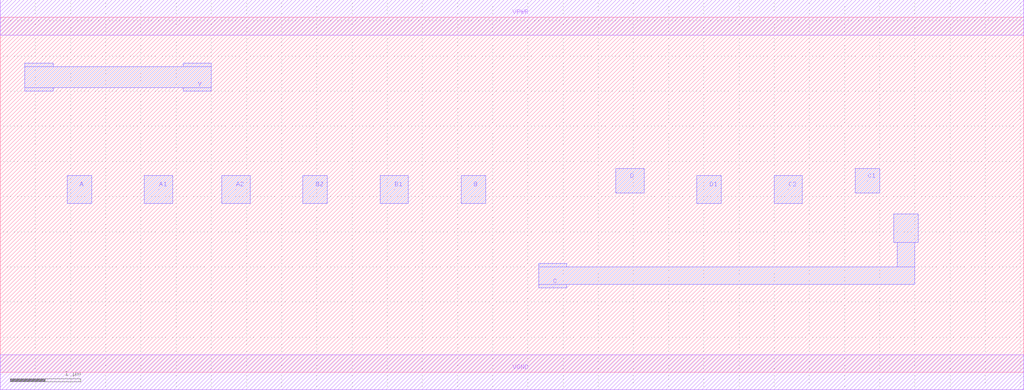
<source format=lef>
VERSION 5.7 ;
  NOWIREEXTENSIONATPIN ON ;
  DIVIDERCHAR "/" ;
  BUSBITCHARS "[]" ;
MACRO AAAAOI3332
  CLASS CORE ;
  FOREIGN AAAAOI3332 ;
  ORIGIN 0.000 0.000 ;
  SIZE 14.550 BY 5.050 ;
  SYMMETRY X Y R90 ;
  SITE unit ;
  PIN VPWR
    DIRECTION INOUT ;
    USE POWER ;
    SHAPE ABUTMENT ;
    PORT
      LAYER Metal1 ;
        RECT 0.000 4.800 14.550 5.300 ;
    END
  END VPWR
  PIN VGND
    DIRECTION INOUT ;
    USE GROUND ;
    SHAPE ABUTMENT ;
    PORT
      LAYER Metal1 ;
        RECT 0.000 -0.250 14.550 0.250 ;
    END
  END VGND
  PIN Y
    DIRECTION INOUT ;
    USE SIGNAL ;
    SHAPE ABUTMENT ;
    PORT
      LAYER Metal2 ;
        RECT 0.350 4.350 0.750 4.400 ;
        RECT 2.600 4.350 3.000 4.400 ;
        RECT 0.350 4.050 3.000 4.350 ;
        RECT 0.350 4.000 0.750 4.050 ;
        RECT 2.600 4.000 3.000 4.050 ;
    END
  END Y
  PIN C2
    DIRECTION INOUT ;
    USE SIGNAL ;
    SHAPE ABUTMENT ;
    PORT
      LAYER Metal2 ;
        RECT 11.000 2.400 11.400 2.800 ;
    END
  END C2
  PIN A1
    DIRECTION INOUT ;
    USE SIGNAL ;
    SHAPE ABUTMENT ;
    PORT
      LAYER Metal2 ;
        RECT 2.050 2.400 2.450 2.800 ;
    END
  END A1
  PIN A
    DIRECTION INOUT ;
    USE SIGNAL ;
    SHAPE ABUTMENT ;
    PORT
      LAYER Metal2 ;
        RECT 0.950 2.400 1.300 2.800 ;
    END
  END A
  PIN A2
    DIRECTION INOUT ;
    USE SIGNAL ;
    SHAPE ABUTMENT ;
    PORT
      LAYER Metal2 ;
        RECT 3.150 2.400 3.550 2.800 ;
    END
  END A2
  PIN B
    DIRECTION INOUT ;
    USE SIGNAL ;
    SHAPE ABUTMENT ;
    PORT
      LAYER Metal2 ;
        RECT 6.550 2.400 6.900 2.800 ;
    END
  END B
  PIN C
    DIRECTION INOUT ;
    USE SIGNAL ;
    SHAPE ABUTMENT ;
    PORT
      LAYER Metal2 ;
        RECT 12.700 1.850 13.050 2.250 ;
        RECT 7.650 1.500 8.050 1.550 ;
        RECT 12.750 1.500 13.000 1.850 ;
        RECT 7.650 1.250 13.000 1.500 ;
        RECT 7.650 1.200 8.050 1.250 ;
    END
  END C
  PIN B2
    DIRECTION INOUT ;
    USE SIGNAL ;
    SHAPE ABUTMENT ;
    PORT
      LAYER Metal2 ;
        RECT 4.300 2.400 4.650 2.800 ;
    END
  END B2
  PIN B1
    DIRECTION INOUT ;
    USE SIGNAL ;
    SHAPE ABUTMENT ;
    PORT
      LAYER Metal2 ;
        RECT 5.400 2.400 5.800 2.800 ;
    END
  END B1
  PIN D1
    DIRECTION INOUT ;
    USE SIGNAL ;
    SHAPE ABUTMENT ;
    PORT
      LAYER Metal2 ;
        RECT 9.900 2.400 10.250 2.800 ;
    END
  END D1
  PIN D
    DIRECTION INOUT ;
    USE SIGNAL ;
    SHAPE ABUTMENT ;
    PORT
      LAYER Metal2 ;
        RECT 8.750 2.550 9.150 2.900 ;
    END
  END D
  PIN C1
    DIRECTION INOUT ;
    USE SIGNAL ;
    SHAPE ABUTMENT ;
    PORT
      LAYER Metal2 ;
        RECT 12.150 2.550 12.500 2.900 ;
    END
  END C1
END AAAAOI3332
END LIBRARY


</source>
